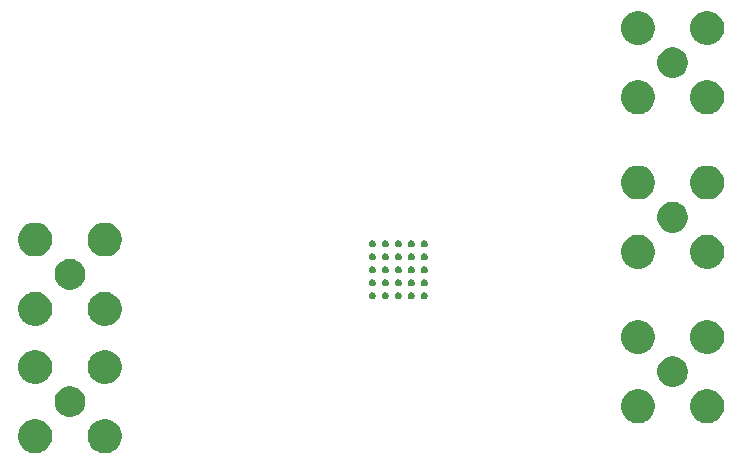
<source format=gbr>
G04 #@! TF.GenerationSoftware,KiCad,Pcbnew,(5.1.5)-3*
G04 #@! TF.CreationDate,2020-12-16T15:48:44+01:00*
G04 #@! TF.ProjectId,esc,6573632e-6b69-4636-9164-5f7063625858,rev?*
G04 #@! TF.SameCoordinates,Original*
G04 #@! TF.FileFunction,Soldermask,Bot*
G04 #@! TF.FilePolarity,Negative*
%FSLAX46Y46*%
G04 Gerber Fmt 4.6, Leading zero omitted, Abs format (unit mm)*
G04 Created by KiCad (PCBNEW (5.1.5)-3) date 2020-12-16 15:48:44*
%MOMM*%
%LPD*%
G04 APERTURE LIST*
%ADD10C,0.100000*%
G04 APERTURE END LIST*
D10*
G36*
X120208594Y-113805780D02*
G01*
X120470383Y-113914217D01*
X120470385Y-113914218D01*
X120705990Y-114071644D01*
X120906356Y-114272010D01*
X121063782Y-114507615D01*
X121063783Y-114507617D01*
X121172220Y-114769406D01*
X121227500Y-115047319D01*
X121227500Y-115330681D01*
X121172220Y-115608594D01*
X121063783Y-115870383D01*
X121063782Y-115870385D01*
X120906356Y-116105990D01*
X120705990Y-116306356D01*
X120470385Y-116463782D01*
X120470384Y-116463783D01*
X120470383Y-116463783D01*
X120208594Y-116572220D01*
X119930681Y-116627500D01*
X119647319Y-116627500D01*
X119369406Y-116572220D01*
X119107617Y-116463783D01*
X119107616Y-116463783D01*
X119107615Y-116463782D01*
X118872010Y-116306356D01*
X118671644Y-116105990D01*
X118514218Y-115870385D01*
X118514217Y-115870383D01*
X118405780Y-115608594D01*
X118350500Y-115330681D01*
X118350500Y-115047319D01*
X118405780Y-114769406D01*
X118514217Y-114507617D01*
X118514218Y-114507615D01*
X118671644Y-114272010D01*
X118872010Y-114071644D01*
X119107615Y-113914218D01*
X119107617Y-113914217D01*
X119369406Y-113805780D01*
X119647319Y-113750500D01*
X119930681Y-113750500D01*
X120208594Y-113805780D01*
G37*
G36*
X114338594Y-113805780D02*
G01*
X114600383Y-113914217D01*
X114600385Y-113914218D01*
X114835990Y-114071644D01*
X115036356Y-114272010D01*
X115193782Y-114507615D01*
X115193783Y-114507617D01*
X115302220Y-114769406D01*
X115357500Y-115047319D01*
X115357500Y-115330681D01*
X115302220Y-115608594D01*
X115193783Y-115870383D01*
X115193782Y-115870385D01*
X115036356Y-116105990D01*
X114835990Y-116306356D01*
X114600385Y-116463782D01*
X114600384Y-116463783D01*
X114600383Y-116463783D01*
X114338594Y-116572220D01*
X114060681Y-116627500D01*
X113777319Y-116627500D01*
X113499406Y-116572220D01*
X113237617Y-116463783D01*
X113237616Y-116463783D01*
X113237615Y-116463782D01*
X113002010Y-116306356D01*
X112801644Y-116105990D01*
X112644218Y-115870385D01*
X112644217Y-115870383D01*
X112535780Y-115608594D01*
X112480500Y-115330681D01*
X112480500Y-115047319D01*
X112535780Y-114769406D01*
X112644217Y-114507617D01*
X112644218Y-114507615D01*
X112801644Y-114272010D01*
X113002010Y-114071644D01*
X113237615Y-113914218D01*
X113237617Y-113914217D01*
X113499406Y-113805780D01*
X113777319Y-113750500D01*
X114060681Y-113750500D01*
X114338594Y-113805780D01*
G37*
G36*
X165364594Y-111265780D02*
G01*
X165626383Y-111374217D01*
X165626385Y-111374218D01*
X165861990Y-111531644D01*
X166062356Y-111732010D01*
X166157573Y-111874513D01*
X166219783Y-111967617D01*
X166328220Y-112229406D01*
X166383500Y-112507319D01*
X166383500Y-112790681D01*
X166328220Y-113068594D01*
X166322112Y-113083339D01*
X166219782Y-113330385D01*
X166062356Y-113565990D01*
X165861990Y-113766356D01*
X165626385Y-113923782D01*
X165626384Y-113923783D01*
X165626383Y-113923783D01*
X165364594Y-114032220D01*
X165086681Y-114087500D01*
X164803319Y-114087500D01*
X164525406Y-114032220D01*
X164263617Y-113923783D01*
X164263616Y-113923783D01*
X164263615Y-113923782D01*
X164028010Y-113766356D01*
X163827644Y-113565990D01*
X163670218Y-113330385D01*
X163567888Y-113083339D01*
X163561780Y-113068594D01*
X163506500Y-112790681D01*
X163506500Y-112507319D01*
X163561780Y-112229406D01*
X163670217Y-111967617D01*
X163732427Y-111874513D01*
X163827644Y-111732010D01*
X164028010Y-111531644D01*
X164263615Y-111374218D01*
X164263617Y-111374217D01*
X164525406Y-111265780D01*
X164803319Y-111210500D01*
X165086681Y-111210500D01*
X165364594Y-111265780D01*
G37*
G36*
X171234594Y-111265780D02*
G01*
X171496383Y-111374217D01*
X171496385Y-111374218D01*
X171731990Y-111531644D01*
X171932356Y-111732010D01*
X172027573Y-111874513D01*
X172089783Y-111967617D01*
X172198220Y-112229406D01*
X172253500Y-112507319D01*
X172253500Y-112790681D01*
X172198220Y-113068594D01*
X172192112Y-113083339D01*
X172089782Y-113330385D01*
X171932356Y-113565990D01*
X171731990Y-113766356D01*
X171496385Y-113923782D01*
X171496384Y-113923783D01*
X171496383Y-113923783D01*
X171234594Y-114032220D01*
X170956681Y-114087500D01*
X170673319Y-114087500D01*
X170395406Y-114032220D01*
X170133617Y-113923783D01*
X170133616Y-113923783D01*
X170133615Y-113923782D01*
X169898010Y-113766356D01*
X169697644Y-113565990D01*
X169540218Y-113330385D01*
X169437888Y-113083339D01*
X169431780Y-113068594D01*
X169376500Y-112790681D01*
X169376500Y-112507319D01*
X169431780Y-112229406D01*
X169540217Y-111967617D01*
X169602427Y-111874513D01*
X169697644Y-111732010D01*
X169898010Y-111531644D01*
X170133615Y-111374218D01*
X170133617Y-111374217D01*
X170395406Y-111265780D01*
X170673319Y-111210500D01*
X170956681Y-111210500D01*
X171234594Y-111265780D01*
G37*
G36*
X117233487Y-111002996D02*
G01*
X117470253Y-111101068D01*
X117470255Y-111101069D01*
X117683339Y-111243447D01*
X117864553Y-111424661D01*
X117936037Y-111531644D01*
X118006932Y-111637747D01*
X118105004Y-111874513D01*
X118155000Y-112125861D01*
X118155000Y-112382139D01*
X118105004Y-112633487D01*
X118039892Y-112790680D01*
X118006931Y-112870255D01*
X117864553Y-113083339D01*
X117683339Y-113264553D01*
X117470255Y-113406931D01*
X117470254Y-113406932D01*
X117470253Y-113406932D01*
X117233487Y-113505004D01*
X116982139Y-113555000D01*
X116725861Y-113555000D01*
X116474513Y-113505004D01*
X116237747Y-113406932D01*
X116237746Y-113406932D01*
X116237745Y-113406931D01*
X116024661Y-113264553D01*
X115843447Y-113083339D01*
X115701069Y-112870255D01*
X115668108Y-112790680D01*
X115602996Y-112633487D01*
X115553000Y-112382139D01*
X115553000Y-112125861D01*
X115602996Y-111874513D01*
X115701068Y-111637747D01*
X115771964Y-111531644D01*
X115843447Y-111424661D01*
X116024661Y-111243447D01*
X116237745Y-111101069D01*
X116237747Y-111101068D01*
X116474513Y-111002996D01*
X116725861Y-110953000D01*
X116982139Y-110953000D01*
X117233487Y-111002996D01*
G37*
G36*
X168259487Y-108462996D02*
G01*
X168496253Y-108561068D01*
X168496255Y-108561069D01*
X168610814Y-108637615D01*
X168709339Y-108703447D01*
X168890553Y-108884661D01*
X169032932Y-109097747D01*
X169131004Y-109334513D01*
X169181000Y-109585861D01*
X169181000Y-109842139D01*
X169131004Y-110093487D01*
X169071977Y-110235990D01*
X169032931Y-110330255D01*
X168890553Y-110543339D01*
X168709339Y-110724553D01*
X168496255Y-110866931D01*
X168496254Y-110866932D01*
X168496253Y-110866932D01*
X168259487Y-110965004D01*
X168008139Y-111015000D01*
X167751861Y-111015000D01*
X167500513Y-110965004D01*
X167263747Y-110866932D01*
X167263746Y-110866932D01*
X167263745Y-110866931D01*
X167050661Y-110724553D01*
X166869447Y-110543339D01*
X166727069Y-110330255D01*
X166688023Y-110235990D01*
X166628996Y-110093487D01*
X166579000Y-109842139D01*
X166579000Y-109585861D01*
X166628996Y-109334513D01*
X166727068Y-109097747D01*
X166869447Y-108884661D01*
X167050661Y-108703447D01*
X167149186Y-108637615D01*
X167263745Y-108561069D01*
X167263747Y-108561068D01*
X167500513Y-108462996D01*
X167751861Y-108413000D01*
X168008139Y-108413000D01*
X168259487Y-108462996D01*
G37*
G36*
X114338594Y-107935780D02*
G01*
X114600383Y-108044217D01*
X114600385Y-108044218D01*
X114835990Y-108201644D01*
X115036356Y-108402010D01*
X115193782Y-108637615D01*
X115193783Y-108637617D01*
X115302220Y-108899406D01*
X115357500Y-109177319D01*
X115357500Y-109460681D01*
X115302220Y-109738594D01*
X115259330Y-109842139D01*
X115193782Y-110000385D01*
X115036356Y-110235990D01*
X114835990Y-110436356D01*
X114600385Y-110593782D01*
X114600384Y-110593783D01*
X114600383Y-110593783D01*
X114338594Y-110702220D01*
X114060681Y-110757500D01*
X113777319Y-110757500D01*
X113499406Y-110702220D01*
X113237617Y-110593783D01*
X113237616Y-110593783D01*
X113237615Y-110593782D01*
X113002010Y-110436356D01*
X112801644Y-110235990D01*
X112644218Y-110000385D01*
X112578670Y-109842139D01*
X112535780Y-109738594D01*
X112480500Y-109460681D01*
X112480500Y-109177319D01*
X112535780Y-108899406D01*
X112644217Y-108637617D01*
X112644218Y-108637615D01*
X112801644Y-108402010D01*
X113002010Y-108201644D01*
X113237615Y-108044218D01*
X113237617Y-108044217D01*
X113499406Y-107935780D01*
X113777319Y-107880500D01*
X114060681Y-107880500D01*
X114338594Y-107935780D01*
G37*
G36*
X120208594Y-107935780D02*
G01*
X120470383Y-108044217D01*
X120470385Y-108044218D01*
X120705990Y-108201644D01*
X120906356Y-108402010D01*
X121063782Y-108637615D01*
X121063783Y-108637617D01*
X121172220Y-108899406D01*
X121227500Y-109177319D01*
X121227500Y-109460681D01*
X121172220Y-109738594D01*
X121129330Y-109842139D01*
X121063782Y-110000385D01*
X120906356Y-110235990D01*
X120705990Y-110436356D01*
X120470385Y-110593782D01*
X120470384Y-110593783D01*
X120470383Y-110593783D01*
X120208594Y-110702220D01*
X119930681Y-110757500D01*
X119647319Y-110757500D01*
X119369406Y-110702220D01*
X119107617Y-110593783D01*
X119107616Y-110593783D01*
X119107615Y-110593782D01*
X118872010Y-110436356D01*
X118671644Y-110235990D01*
X118514218Y-110000385D01*
X118448670Y-109842139D01*
X118405780Y-109738594D01*
X118350500Y-109460681D01*
X118350500Y-109177319D01*
X118405780Y-108899406D01*
X118514217Y-108637617D01*
X118514218Y-108637615D01*
X118671644Y-108402010D01*
X118872010Y-108201644D01*
X119107615Y-108044218D01*
X119107617Y-108044217D01*
X119369406Y-107935780D01*
X119647319Y-107880500D01*
X119930681Y-107880500D01*
X120208594Y-107935780D01*
G37*
G36*
X171234594Y-105395780D02*
G01*
X171496383Y-105504217D01*
X171496385Y-105504218D01*
X171731990Y-105661644D01*
X171932356Y-105862010D01*
X172089782Y-106097615D01*
X172089783Y-106097617D01*
X172198220Y-106359406D01*
X172253500Y-106637319D01*
X172253500Y-106920681D01*
X172198220Y-107198594D01*
X172089783Y-107460383D01*
X172089782Y-107460385D01*
X171932356Y-107695990D01*
X171731990Y-107896356D01*
X171496385Y-108053782D01*
X171496384Y-108053783D01*
X171496383Y-108053783D01*
X171234594Y-108162220D01*
X170956681Y-108217500D01*
X170673319Y-108217500D01*
X170395406Y-108162220D01*
X170133617Y-108053783D01*
X170133616Y-108053783D01*
X170133615Y-108053782D01*
X169898010Y-107896356D01*
X169697644Y-107695990D01*
X169540218Y-107460385D01*
X169540217Y-107460383D01*
X169431780Y-107198594D01*
X169376500Y-106920681D01*
X169376500Y-106637319D01*
X169431780Y-106359406D01*
X169540217Y-106097617D01*
X169540218Y-106097615D01*
X169697644Y-105862010D01*
X169898010Y-105661644D01*
X170133615Y-105504218D01*
X170133617Y-105504217D01*
X170395406Y-105395780D01*
X170673319Y-105340500D01*
X170956681Y-105340500D01*
X171234594Y-105395780D01*
G37*
G36*
X165364594Y-105395780D02*
G01*
X165626383Y-105504217D01*
X165626385Y-105504218D01*
X165861990Y-105661644D01*
X166062356Y-105862010D01*
X166219782Y-106097615D01*
X166219783Y-106097617D01*
X166328220Y-106359406D01*
X166383500Y-106637319D01*
X166383500Y-106920681D01*
X166328220Y-107198594D01*
X166219783Y-107460383D01*
X166219782Y-107460385D01*
X166062356Y-107695990D01*
X165861990Y-107896356D01*
X165626385Y-108053782D01*
X165626384Y-108053783D01*
X165626383Y-108053783D01*
X165364594Y-108162220D01*
X165086681Y-108217500D01*
X164803319Y-108217500D01*
X164525406Y-108162220D01*
X164263617Y-108053783D01*
X164263616Y-108053783D01*
X164263615Y-108053782D01*
X164028010Y-107896356D01*
X163827644Y-107695990D01*
X163670218Y-107460385D01*
X163670217Y-107460383D01*
X163561780Y-107198594D01*
X163506500Y-106920681D01*
X163506500Y-106637319D01*
X163561780Y-106359406D01*
X163670217Y-106097617D01*
X163670218Y-106097615D01*
X163827644Y-105862010D01*
X164028010Y-105661644D01*
X164263615Y-105504218D01*
X164263617Y-105504217D01*
X164525406Y-105395780D01*
X164803319Y-105340500D01*
X165086681Y-105340500D01*
X165364594Y-105395780D01*
G37*
G36*
X120208594Y-103010780D02*
G01*
X120424293Y-103100126D01*
X120470385Y-103119218D01*
X120705990Y-103276644D01*
X120906356Y-103477010D01*
X121063782Y-103712615D01*
X121063783Y-103712617D01*
X121172220Y-103974406D01*
X121227500Y-104252319D01*
X121227500Y-104535681D01*
X121172220Y-104813594D01*
X121063783Y-105075383D01*
X121063782Y-105075385D01*
X120906356Y-105310990D01*
X120705990Y-105511356D01*
X120470385Y-105668782D01*
X120470384Y-105668783D01*
X120470383Y-105668783D01*
X120208594Y-105777220D01*
X119930681Y-105832500D01*
X119647319Y-105832500D01*
X119369406Y-105777220D01*
X119107617Y-105668783D01*
X119107616Y-105668783D01*
X119107615Y-105668782D01*
X118872010Y-105511356D01*
X118671644Y-105310990D01*
X118514218Y-105075385D01*
X118514217Y-105075383D01*
X118405780Y-104813594D01*
X118350500Y-104535681D01*
X118350500Y-104252319D01*
X118405780Y-103974406D01*
X118514217Y-103712617D01*
X118514218Y-103712615D01*
X118671644Y-103477010D01*
X118872010Y-103276644D01*
X119107615Y-103119218D01*
X119153707Y-103100126D01*
X119369406Y-103010780D01*
X119647319Y-102955500D01*
X119930681Y-102955500D01*
X120208594Y-103010780D01*
G37*
G36*
X114338594Y-103010780D02*
G01*
X114554293Y-103100126D01*
X114600385Y-103119218D01*
X114835990Y-103276644D01*
X115036356Y-103477010D01*
X115193782Y-103712615D01*
X115193783Y-103712617D01*
X115302220Y-103974406D01*
X115357500Y-104252319D01*
X115357500Y-104535681D01*
X115302220Y-104813594D01*
X115193783Y-105075383D01*
X115193782Y-105075385D01*
X115036356Y-105310990D01*
X114835990Y-105511356D01*
X114600385Y-105668782D01*
X114600384Y-105668783D01*
X114600383Y-105668783D01*
X114338594Y-105777220D01*
X114060681Y-105832500D01*
X113777319Y-105832500D01*
X113499406Y-105777220D01*
X113237617Y-105668783D01*
X113237616Y-105668783D01*
X113237615Y-105668782D01*
X113002010Y-105511356D01*
X112801644Y-105310990D01*
X112644218Y-105075385D01*
X112644217Y-105075383D01*
X112535780Y-104813594D01*
X112480500Y-104535681D01*
X112480500Y-104252319D01*
X112535780Y-103974406D01*
X112644217Y-103712617D01*
X112644218Y-103712615D01*
X112801644Y-103477010D01*
X113002010Y-103276644D01*
X113237615Y-103119218D01*
X113283707Y-103100126D01*
X113499406Y-103010780D01*
X113777319Y-102955500D01*
X114060681Y-102955500D01*
X114338594Y-103010780D01*
G37*
G36*
X144740797Y-103002569D02*
G01*
X144795575Y-103025259D01*
X144844875Y-103058200D01*
X144886801Y-103100126D01*
X144919742Y-103149426D01*
X144942432Y-103204204D01*
X144953999Y-103262354D01*
X144953999Y-103321648D01*
X144942432Y-103379798D01*
X144919742Y-103434576D01*
X144886801Y-103483876D01*
X144844875Y-103525802D01*
X144795575Y-103558743D01*
X144740797Y-103581433D01*
X144682647Y-103593000D01*
X144623353Y-103593000D01*
X144565203Y-103581433D01*
X144510425Y-103558743D01*
X144461125Y-103525802D01*
X144419199Y-103483876D01*
X144386258Y-103434576D01*
X144363568Y-103379798D01*
X144352001Y-103321648D01*
X144352001Y-103262354D01*
X144363568Y-103204204D01*
X144386258Y-103149426D01*
X144419199Y-103100126D01*
X144461125Y-103058200D01*
X144510425Y-103025259D01*
X144565203Y-103002569D01*
X144623353Y-102991002D01*
X144682647Y-102991002D01*
X144740797Y-103002569D01*
G37*
G36*
X146940798Y-103002569D02*
G01*
X146995576Y-103025259D01*
X147044876Y-103058200D01*
X147086802Y-103100126D01*
X147119743Y-103149426D01*
X147142433Y-103204204D01*
X147154000Y-103262354D01*
X147154000Y-103321648D01*
X147142433Y-103379798D01*
X147119743Y-103434576D01*
X147086802Y-103483876D01*
X147044876Y-103525802D01*
X146995576Y-103558743D01*
X146940798Y-103581433D01*
X146882648Y-103593000D01*
X146823354Y-103593000D01*
X146765204Y-103581433D01*
X146710426Y-103558743D01*
X146661126Y-103525802D01*
X146619200Y-103483876D01*
X146586259Y-103434576D01*
X146563569Y-103379798D01*
X146552002Y-103321648D01*
X146552002Y-103262354D01*
X146563569Y-103204204D01*
X146586259Y-103149426D01*
X146619200Y-103100126D01*
X146661126Y-103058200D01*
X146710426Y-103025259D01*
X146765204Y-103002569D01*
X146823354Y-102991002D01*
X146882648Y-102991002D01*
X146940798Y-103002569D01*
G37*
G36*
X145840797Y-103002569D02*
G01*
X145895575Y-103025259D01*
X145944875Y-103058200D01*
X145986801Y-103100126D01*
X146019742Y-103149426D01*
X146042432Y-103204204D01*
X146053999Y-103262354D01*
X146053999Y-103321648D01*
X146042432Y-103379798D01*
X146019742Y-103434576D01*
X145986801Y-103483876D01*
X145944875Y-103525802D01*
X145895575Y-103558743D01*
X145840797Y-103581433D01*
X145782647Y-103593000D01*
X145723353Y-103593000D01*
X145665203Y-103581433D01*
X145610425Y-103558743D01*
X145561125Y-103525802D01*
X145519199Y-103483876D01*
X145486258Y-103434576D01*
X145463568Y-103379798D01*
X145452001Y-103321648D01*
X145452001Y-103262354D01*
X145463568Y-103204204D01*
X145486258Y-103149426D01*
X145519199Y-103100126D01*
X145561125Y-103058200D01*
X145610425Y-103025259D01*
X145665203Y-103002569D01*
X145723353Y-102991002D01*
X145782647Y-102991002D01*
X145840797Y-103002569D01*
G37*
G36*
X143640797Y-103002569D02*
G01*
X143695575Y-103025259D01*
X143744875Y-103058200D01*
X143786801Y-103100126D01*
X143819742Y-103149426D01*
X143842432Y-103204204D01*
X143853999Y-103262354D01*
X143853999Y-103321648D01*
X143842432Y-103379798D01*
X143819742Y-103434576D01*
X143786801Y-103483876D01*
X143744875Y-103525802D01*
X143695575Y-103558743D01*
X143640797Y-103581433D01*
X143582647Y-103593000D01*
X143523353Y-103593000D01*
X143465203Y-103581433D01*
X143410425Y-103558743D01*
X143361125Y-103525802D01*
X143319199Y-103483876D01*
X143286258Y-103434576D01*
X143263568Y-103379798D01*
X143252001Y-103321648D01*
X143252001Y-103262354D01*
X143263568Y-103204204D01*
X143286258Y-103149426D01*
X143319199Y-103100126D01*
X143361125Y-103058200D01*
X143410425Y-103025259D01*
X143465203Y-103002569D01*
X143523353Y-102991002D01*
X143582647Y-102991002D01*
X143640797Y-103002569D01*
G37*
G36*
X142540796Y-103002569D02*
G01*
X142595574Y-103025259D01*
X142644874Y-103058200D01*
X142686800Y-103100126D01*
X142719741Y-103149426D01*
X142742431Y-103204204D01*
X142753998Y-103262354D01*
X142753998Y-103321648D01*
X142742431Y-103379798D01*
X142719741Y-103434576D01*
X142686800Y-103483876D01*
X142644874Y-103525802D01*
X142595574Y-103558743D01*
X142540796Y-103581433D01*
X142482646Y-103593000D01*
X142423352Y-103593000D01*
X142365202Y-103581433D01*
X142310424Y-103558743D01*
X142261124Y-103525802D01*
X142219198Y-103483876D01*
X142186257Y-103434576D01*
X142163567Y-103379798D01*
X142152000Y-103321648D01*
X142152000Y-103262354D01*
X142163567Y-103204204D01*
X142186257Y-103149426D01*
X142219198Y-103100126D01*
X142261124Y-103058200D01*
X142310424Y-103025259D01*
X142365202Y-103002569D01*
X142423352Y-102991002D01*
X142482646Y-102991002D01*
X142540796Y-103002569D01*
G37*
G36*
X117233487Y-100207996D02*
G01*
X117470253Y-100306068D01*
X117470255Y-100306069D01*
X117683339Y-100448447D01*
X117864553Y-100629661D01*
X117995247Y-100825258D01*
X118006932Y-100842747D01*
X118105004Y-101079513D01*
X118155000Y-101330861D01*
X118155000Y-101587139D01*
X118105004Y-101838487D01*
X118038051Y-102000125D01*
X118006931Y-102075255D01*
X117864553Y-102288339D01*
X117683339Y-102469553D01*
X117470255Y-102611931D01*
X117470254Y-102611932D01*
X117470253Y-102611932D01*
X117233487Y-102710004D01*
X116982139Y-102760000D01*
X116725861Y-102760000D01*
X116474513Y-102710004D01*
X116237747Y-102611932D01*
X116237746Y-102611932D01*
X116237745Y-102611931D01*
X116024661Y-102469553D01*
X115843447Y-102288339D01*
X115701069Y-102075255D01*
X115669949Y-102000125D01*
X115602996Y-101838487D01*
X115553000Y-101587139D01*
X115553000Y-101330861D01*
X115602996Y-101079513D01*
X115701068Y-100842747D01*
X115712754Y-100825258D01*
X115843447Y-100629661D01*
X116024661Y-100448447D01*
X116237745Y-100306069D01*
X116237747Y-100306068D01*
X116474513Y-100207996D01*
X116725861Y-100158000D01*
X116982139Y-100158000D01*
X117233487Y-100207996D01*
G37*
G36*
X143640797Y-101902568D02*
G01*
X143695575Y-101925258D01*
X143744875Y-101958199D01*
X143786801Y-102000125D01*
X143819742Y-102049425D01*
X143842432Y-102104203D01*
X143853999Y-102162353D01*
X143853999Y-102221647D01*
X143842432Y-102279797D01*
X143819742Y-102334575D01*
X143786801Y-102383875D01*
X143744875Y-102425801D01*
X143695575Y-102458742D01*
X143640797Y-102481432D01*
X143582647Y-102492999D01*
X143523353Y-102492999D01*
X143465203Y-102481432D01*
X143410425Y-102458742D01*
X143361125Y-102425801D01*
X143319199Y-102383875D01*
X143286258Y-102334575D01*
X143263568Y-102279797D01*
X143252001Y-102221647D01*
X143252001Y-102162353D01*
X143263568Y-102104203D01*
X143286258Y-102049425D01*
X143319199Y-102000125D01*
X143361125Y-101958199D01*
X143410425Y-101925258D01*
X143465203Y-101902568D01*
X143523353Y-101891001D01*
X143582647Y-101891001D01*
X143640797Y-101902568D01*
G37*
G36*
X146940798Y-101902568D02*
G01*
X146995576Y-101925258D01*
X147044876Y-101958199D01*
X147086802Y-102000125D01*
X147119743Y-102049425D01*
X147142433Y-102104203D01*
X147154000Y-102162353D01*
X147154000Y-102221647D01*
X147142433Y-102279797D01*
X147119743Y-102334575D01*
X147086802Y-102383875D01*
X147044876Y-102425801D01*
X146995576Y-102458742D01*
X146940798Y-102481432D01*
X146882648Y-102492999D01*
X146823354Y-102492999D01*
X146765204Y-102481432D01*
X146710426Y-102458742D01*
X146661126Y-102425801D01*
X146619200Y-102383875D01*
X146586259Y-102334575D01*
X146563569Y-102279797D01*
X146552002Y-102221647D01*
X146552002Y-102162353D01*
X146563569Y-102104203D01*
X146586259Y-102049425D01*
X146619200Y-102000125D01*
X146661126Y-101958199D01*
X146710426Y-101925258D01*
X146765204Y-101902568D01*
X146823354Y-101891001D01*
X146882648Y-101891001D01*
X146940798Y-101902568D01*
G37*
G36*
X145840797Y-101902568D02*
G01*
X145895575Y-101925258D01*
X145944875Y-101958199D01*
X145986801Y-102000125D01*
X146019742Y-102049425D01*
X146042432Y-102104203D01*
X146053999Y-102162353D01*
X146053999Y-102221647D01*
X146042432Y-102279797D01*
X146019742Y-102334575D01*
X145986801Y-102383875D01*
X145944875Y-102425801D01*
X145895575Y-102458742D01*
X145840797Y-102481432D01*
X145782647Y-102492999D01*
X145723353Y-102492999D01*
X145665203Y-102481432D01*
X145610425Y-102458742D01*
X145561125Y-102425801D01*
X145519199Y-102383875D01*
X145486258Y-102334575D01*
X145463568Y-102279797D01*
X145452001Y-102221647D01*
X145452001Y-102162353D01*
X145463568Y-102104203D01*
X145486258Y-102049425D01*
X145519199Y-102000125D01*
X145561125Y-101958199D01*
X145610425Y-101925258D01*
X145665203Y-101902568D01*
X145723353Y-101891001D01*
X145782647Y-101891001D01*
X145840797Y-101902568D01*
G37*
G36*
X144740797Y-101902568D02*
G01*
X144795575Y-101925258D01*
X144844875Y-101958199D01*
X144886801Y-102000125D01*
X144919742Y-102049425D01*
X144942432Y-102104203D01*
X144953999Y-102162353D01*
X144953999Y-102221647D01*
X144942432Y-102279797D01*
X144919742Y-102334575D01*
X144886801Y-102383875D01*
X144844875Y-102425801D01*
X144795575Y-102458742D01*
X144740797Y-102481432D01*
X144682647Y-102492999D01*
X144623353Y-102492999D01*
X144565203Y-102481432D01*
X144510425Y-102458742D01*
X144461125Y-102425801D01*
X144419199Y-102383875D01*
X144386258Y-102334575D01*
X144363568Y-102279797D01*
X144352001Y-102221647D01*
X144352001Y-102162353D01*
X144363568Y-102104203D01*
X144386258Y-102049425D01*
X144419199Y-102000125D01*
X144461125Y-101958199D01*
X144510425Y-101925258D01*
X144565203Y-101902568D01*
X144623353Y-101891001D01*
X144682647Y-101891001D01*
X144740797Y-101902568D01*
G37*
G36*
X142540796Y-101902568D02*
G01*
X142595574Y-101925258D01*
X142644874Y-101958199D01*
X142686800Y-102000125D01*
X142719741Y-102049425D01*
X142742431Y-102104203D01*
X142753998Y-102162353D01*
X142753998Y-102221647D01*
X142742431Y-102279797D01*
X142719741Y-102334575D01*
X142686800Y-102383875D01*
X142644874Y-102425801D01*
X142595574Y-102458742D01*
X142540796Y-102481432D01*
X142482646Y-102492999D01*
X142423352Y-102492999D01*
X142365202Y-102481432D01*
X142310424Y-102458742D01*
X142261124Y-102425801D01*
X142219198Y-102383875D01*
X142186257Y-102334575D01*
X142163567Y-102279797D01*
X142152000Y-102221647D01*
X142152000Y-102162353D01*
X142163567Y-102104203D01*
X142186257Y-102049425D01*
X142219198Y-102000125D01*
X142261124Y-101958199D01*
X142310424Y-101925258D01*
X142365202Y-101902568D01*
X142423352Y-101891001D01*
X142482646Y-101891001D01*
X142540796Y-101902568D01*
G37*
G36*
X142540796Y-100802568D02*
G01*
X142595574Y-100825258D01*
X142644874Y-100858199D01*
X142686800Y-100900125D01*
X142719741Y-100949425D01*
X142742431Y-101004203D01*
X142753998Y-101062353D01*
X142753998Y-101121647D01*
X142742431Y-101179797D01*
X142719741Y-101234575D01*
X142686800Y-101283875D01*
X142644874Y-101325801D01*
X142595574Y-101358742D01*
X142540796Y-101381432D01*
X142482646Y-101392999D01*
X142423352Y-101392999D01*
X142365202Y-101381432D01*
X142310424Y-101358742D01*
X142261124Y-101325801D01*
X142219198Y-101283875D01*
X142186257Y-101234575D01*
X142163567Y-101179797D01*
X142152000Y-101121647D01*
X142152000Y-101062353D01*
X142163567Y-101004203D01*
X142186257Y-100949425D01*
X142219198Y-100900125D01*
X142261124Y-100858199D01*
X142310424Y-100825258D01*
X142365202Y-100802568D01*
X142423352Y-100791001D01*
X142482646Y-100791001D01*
X142540796Y-100802568D01*
G37*
G36*
X143640797Y-100802568D02*
G01*
X143695575Y-100825258D01*
X143744875Y-100858199D01*
X143786801Y-100900125D01*
X143819742Y-100949425D01*
X143842432Y-101004203D01*
X143853999Y-101062353D01*
X143853999Y-101121647D01*
X143842432Y-101179797D01*
X143819742Y-101234575D01*
X143786801Y-101283875D01*
X143744875Y-101325801D01*
X143695575Y-101358742D01*
X143640797Y-101381432D01*
X143582647Y-101392999D01*
X143523353Y-101392999D01*
X143465203Y-101381432D01*
X143410425Y-101358742D01*
X143361125Y-101325801D01*
X143319199Y-101283875D01*
X143286258Y-101234575D01*
X143263568Y-101179797D01*
X143252001Y-101121647D01*
X143252001Y-101062353D01*
X143263568Y-101004203D01*
X143286258Y-100949425D01*
X143319199Y-100900125D01*
X143361125Y-100858199D01*
X143410425Y-100825258D01*
X143465203Y-100802568D01*
X143523353Y-100791001D01*
X143582647Y-100791001D01*
X143640797Y-100802568D01*
G37*
G36*
X144740797Y-100802568D02*
G01*
X144795575Y-100825258D01*
X144844875Y-100858199D01*
X144886801Y-100900125D01*
X144919742Y-100949425D01*
X144942432Y-101004203D01*
X144953999Y-101062353D01*
X144953999Y-101121647D01*
X144942432Y-101179797D01*
X144919742Y-101234575D01*
X144886801Y-101283875D01*
X144844875Y-101325801D01*
X144795575Y-101358742D01*
X144740797Y-101381432D01*
X144682647Y-101392999D01*
X144623353Y-101392999D01*
X144565203Y-101381432D01*
X144510425Y-101358742D01*
X144461125Y-101325801D01*
X144419199Y-101283875D01*
X144386258Y-101234575D01*
X144363568Y-101179797D01*
X144352001Y-101121647D01*
X144352001Y-101062353D01*
X144363568Y-101004203D01*
X144386258Y-100949425D01*
X144419199Y-100900125D01*
X144461125Y-100858199D01*
X144510425Y-100825258D01*
X144565203Y-100802568D01*
X144623353Y-100791001D01*
X144682647Y-100791001D01*
X144740797Y-100802568D01*
G37*
G36*
X146940798Y-100802568D02*
G01*
X146995576Y-100825258D01*
X147044876Y-100858199D01*
X147086802Y-100900125D01*
X147119743Y-100949425D01*
X147142433Y-101004203D01*
X147154000Y-101062353D01*
X147154000Y-101121647D01*
X147142433Y-101179797D01*
X147119743Y-101234575D01*
X147086802Y-101283875D01*
X147044876Y-101325801D01*
X146995576Y-101358742D01*
X146940798Y-101381432D01*
X146882648Y-101392999D01*
X146823354Y-101392999D01*
X146765204Y-101381432D01*
X146710426Y-101358742D01*
X146661126Y-101325801D01*
X146619200Y-101283875D01*
X146586259Y-101234575D01*
X146563569Y-101179797D01*
X146552002Y-101121647D01*
X146552002Y-101062353D01*
X146563569Y-101004203D01*
X146586259Y-100949425D01*
X146619200Y-100900125D01*
X146661126Y-100858199D01*
X146710426Y-100825258D01*
X146765204Y-100802568D01*
X146823354Y-100791001D01*
X146882648Y-100791001D01*
X146940798Y-100802568D01*
G37*
G36*
X145840797Y-100802568D02*
G01*
X145895575Y-100825258D01*
X145944875Y-100858199D01*
X145986801Y-100900125D01*
X146019742Y-100949425D01*
X146042432Y-101004203D01*
X146053999Y-101062353D01*
X146053999Y-101121647D01*
X146042432Y-101179797D01*
X146019742Y-101234575D01*
X145986801Y-101283875D01*
X145944875Y-101325801D01*
X145895575Y-101358742D01*
X145840797Y-101381432D01*
X145782647Y-101392999D01*
X145723353Y-101392999D01*
X145665203Y-101381432D01*
X145610425Y-101358742D01*
X145561125Y-101325801D01*
X145519199Y-101283875D01*
X145486258Y-101234575D01*
X145463568Y-101179797D01*
X145452001Y-101121647D01*
X145452001Y-101062353D01*
X145463568Y-101004203D01*
X145486258Y-100949425D01*
X145519199Y-100900125D01*
X145561125Y-100858199D01*
X145610425Y-100825258D01*
X145665203Y-100802568D01*
X145723353Y-100791001D01*
X145782647Y-100791001D01*
X145840797Y-100802568D01*
G37*
G36*
X171234594Y-98184780D02*
G01*
X171496383Y-98293217D01*
X171496385Y-98293218D01*
X171731990Y-98450644D01*
X171932356Y-98651010D01*
X172089782Y-98886615D01*
X172089783Y-98886617D01*
X172198220Y-99148406D01*
X172253500Y-99426319D01*
X172253500Y-99709681D01*
X172198220Y-99987594D01*
X172099551Y-100225801D01*
X172089782Y-100249385D01*
X171932356Y-100484990D01*
X171731990Y-100685356D01*
X171496385Y-100842782D01*
X171496384Y-100842783D01*
X171496383Y-100842783D01*
X171234594Y-100951220D01*
X170956681Y-101006500D01*
X170673319Y-101006500D01*
X170395406Y-100951220D01*
X170133617Y-100842783D01*
X170133616Y-100842783D01*
X170133615Y-100842782D01*
X169898010Y-100685356D01*
X169697644Y-100484990D01*
X169540218Y-100249385D01*
X169530449Y-100225801D01*
X169431780Y-99987594D01*
X169376500Y-99709681D01*
X169376500Y-99426319D01*
X169431780Y-99148406D01*
X169540217Y-98886617D01*
X169540218Y-98886615D01*
X169697644Y-98651010D01*
X169898010Y-98450644D01*
X170133615Y-98293218D01*
X170133617Y-98293217D01*
X170395406Y-98184780D01*
X170673319Y-98129500D01*
X170956681Y-98129500D01*
X171234594Y-98184780D01*
G37*
G36*
X165364594Y-98184780D02*
G01*
X165626383Y-98293217D01*
X165626385Y-98293218D01*
X165861990Y-98450644D01*
X166062356Y-98651010D01*
X166219782Y-98886615D01*
X166219783Y-98886617D01*
X166328220Y-99148406D01*
X166383500Y-99426319D01*
X166383500Y-99709681D01*
X166328220Y-99987594D01*
X166229551Y-100225801D01*
X166219782Y-100249385D01*
X166062356Y-100484990D01*
X165861990Y-100685356D01*
X165626385Y-100842782D01*
X165626384Y-100842783D01*
X165626383Y-100842783D01*
X165364594Y-100951220D01*
X165086681Y-101006500D01*
X164803319Y-101006500D01*
X164525406Y-100951220D01*
X164263617Y-100842783D01*
X164263616Y-100842783D01*
X164263615Y-100842782D01*
X164028010Y-100685356D01*
X163827644Y-100484990D01*
X163670218Y-100249385D01*
X163660449Y-100225801D01*
X163561780Y-99987594D01*
X163506500Y-99709681D01*
X163506500Y-99426319D01*
X163561780Y-99148406D01*
X163670217Y-98886617D01*
X163670218Y-98886615D01*
X163827644Y-98651010D01*
X164028010Y-98450644D01*
X164263615Y-98293218D01*
X164263617Y-98293217D01*
X164525406Y-98184780D01*
X164803319Y-98129500D01*
X165086681Y-98129500D01*
X165364594Y-98184780D01*
G37*
G36*
X146940798Y-99702568D02*
G01*
X146995576Y-99725258D01*
X147044876Y-99758199D01*
X147086802Y-99800125D01*
X147119743Y-99849425D01*
X147142433Y-99904203D01*
X147154000Y-99962353D01*
X147154000Y-100021647D01*
X147142433Y-100079797D01*
X147119743Y-100134575D01*
X147086802Y-100183875D01*
X147044876Y-100225801D01*
X146995576Y-100258742D01*
X146940798Y-100281432D01*
X146882648Y-100292999D01*
X146823354Y-100292999D01*
X146765204Y-100281432D01*
X146710426Y-100258742D01*
X146661126Y-100225801D01*
X146619200Y-100183875D01*
X146586259Y-100134575D01*
X146563569Y-100079797D01*
X146552002Y-100021647D01*
X146552002Y-99962353D01*
X146563569Y-99904203D01*
X146586259Y-99849425D01*
X146619200Y-99800125D01*
X146661126Y-99758199D01*
X146710426Y-99725258D01*
X146765204Y-99702568D01*
X146823354Y-99691001D01*
X146882648Y-99691001D01*
X146940798Y-99702568D01*
G37*
G36*
X145840797Y-99702568D02*
G01*
X145895575Y-99725258D01*
X145944875Y-99758199D01*
X145986801Y-99800125D01*
X146019742Y-99849425D01*
X146042432Y-99904203D01*
X146053999Y-99962353D01*
X146053999Y-100021647D01*
X146042432Y-100079797D01*
X146019742Y-100134575D01*
X145986801Y-100183875D01*
X145944875Y-100225801D01*
X145895575Y-100258742D01*
X145840797Y-100281432D01*
X145782647Y-100292999D01*
X145723353Y-100292999D01*
X145665203Y-100281432D01*
X145610425Y-100258742D01*
X145561125Y-100225801D01*
X145519199Y-100183875D01*
X145486258Y-100134575D01*
X145463568Y-100079797D01*
X145452001Y-100021647D01*
X145452001Y-99962353D01*
X145463568Y-99904203D01*
X145486258Y-99849425D01*
X145519199Y-99800125D01*
X145561125Y-99758199D01*
X145610425Y-99725258D01*
X145665203Y-99702568D01*
X145723353Y-99691001D01*
X145782647Y-99691001D01*
X145840797Y-99702568D01*
G37*
G36*
X144740797Y-99702568D02*
G01*
X144795575Y-99725258D01*
X144844875Y-99758199D01*
X144886801Y-99800125D01*
X144919742Y-99849425D01*
X144942432Y-99904203D01*
X144953999Y-99962353D01*
X144953999Y-100021647D01*
X144942432Y-100079797D01*
X144919742Y-100134575D01*
X144886801Y-100183875D01*
X144844875Y-100225801D01*
X144795575Y-100258742D01*
X144740797Y-100281432D01*
X144682647Y-100292999D01*
X144623353Y-100292999D01*
X144565203Y-100281432D01*
X144510425Y-100258742D01*
X144461125Y-100225801D01*
X144419199Y-100183875D01*
X144386258Y-100134575D01*
X144363568Y-100079797D01*
X144352001Y-100021647D01*
X144352001Y-99962353D01*
X144363568Y-99904203D01*
X144386258Y-99849425D01*
X144419199Y-99800125D01*
X144461125Y-99758199D01*
X144510425Y-99725258D01*
X144565203Y-99702568D01*
X144623353Y-99691001D01*
X144682647Y-99691001D01*
X144740797Y-99702568D01*
G37*
G36*
X143640797Y-99702568D02*
G01*
X143695575Y-99725258D01*
X143744875Y-99758199D01*
X143786801Y-99800125D01*
X143819742Y-99849425D01*
X143842432Y-99904203D01*
X143853999Y-99962353D01*
X143853999Y-100021647D01*
X143842432Y-100079797D01*
X143819742Y-100134575D01*
X143786801Y-100183875D01*
X143744875Y-100225801D01*
X143695575Y-100258742D01*
X143640797Y-100281432D01*
X143582647Y-100292999D01*
X143523353Y-100292999D01*
X143465203Y-100281432D01*
X143410425Y-100258742D01*
X143361125Y-100225801D01*
X143319199Y-100183875D01*
X143286258Y-100134575D01*
X143263568Y-100079797D01*
X143252001Y-100021647D01*
X143252001Y-99962353D01*
X143263568Y-99904203D01*
X143286258Y-99849425D01*
X143319199Y-99800125D01*
X143361125Y-99758199D01*
X143410425Y-99725258D01*
X143465203Y-99702568D01*
X143523353Y-99691001D01*
X143582647Y-99691001D01*
X143640797Y-99702568D01*
G37*
G36*
X142540796Y-99702568D02*
G01*
X142595574Y-99725258D01*
X142644874Y-99758199D01*
X142686800Y-99800125D01*
X142719741Y-99849425D01*
X142742431Y-99904203D01*
X142753998Y-99962353D01*
X142753998Y-100021647D01*
X142742431Y-100079797D01*
X142719741Y-100134575D01*
X142686800Y-100183875D01*
X142644874Y-100225801D01*
X142595574Y-100258742D01*
X142540796Y-100281432D01*
X142482646Y-100292999D01*
X142423352Y-100292999D01*
X142365202Y-100281432D01*
X142310424Y-100258742D01*
X142261124Y-100225801D01*
X142219198Y-100183875D01*
X142186257Y-100134575D01*
X142163567Y-100079797D01*
X142152000Y-100021647D01*
X142152000Y-99962353D01*
X142163567Y-99904203D01*
X142186257Y-99849425D01*
X142219198Y-99800125D01*
X142261124Y-99758199D01*
X142310424Y-99725258D01*
X142365202Y-99702568D01*
X142423352Y-99691001D01*
X142482646Y-99691001D01*
X142540796Y-99702568D01*
G37*
G36*
X120208594Y-97140780D02*
G01*
X120470383Y-97249217D01*
X120470385Y-97249218D01*
X120705990Y-97406644D01*
X120906356Y-97607010D01*
X121063782Y-97842615D01*
X121063783Y-97842617D01*
X121172220Y-98104406D01*
X121227500Y-98382319D01*
X121227500Y-98665681D01*
X121172220Y-98943594D01*
X121073704Y-99181431D01*
X121063782Y-99205385D01*
X120906356Y-99440990D01*
X120705990Y-99641356D01*
X120470385Y-99798782D01*
X120470384Y-99798783D01*
X120470383Y-99798783D01*
X120208594Y-99907220D01*
X119930681Y-99962500D01*
X119647319Y-99962500D01*
X119369406Y-99907220D01*
X119107617Y-99798783D01*
X119107616Y-99798783D01*
X119107615Y-99798782D01*
X118872010Y-99641356D01*
X118671644Y-99440990D01*
X118514218Y-99205385D01*
X118504296Y-99181431D01*
X118405780Y-98943594D01*
X118350500Y-98665681D01*
X118350500Y-98382319D01*
X118405780Y-98104406D01*
X118514217Y-97842617D01*
X118514218Y-97842615D01*
X118671644Y-97607010D01*
X118872010Y-97406644D01*
X119107615Y-97249218D01*
X119107617Y-97249217D01*
X119369406Y-97140780D01*
X119647319Y-97085500D01*
X119930681Y-97085500D01*
X120208594Y-97140780D01*
G37*
G36*
X114338594Y-97140780D02*
G01*
X114600383Y-97249217D01*
X114600385Y-97249218D01*
X114835990Y-97406644D01*
X115036356Y-97607010D01*
X115193782Y-97842615D01*
X115193783Y-97842617D01*
X115302220Y-98104406D01*
X115357500Y-98382319D01*
X115357500Y-98665681D01*
X115302220Y-98943594D01*
X115203704Y-99181431D01*
X115193782Y-99205385D01*
X115036356Y-99440990D01*
X114835990Y-99641356D01*
X114600385Y-99798782D01*
X114600384Y-99798783D01*
X114600383Y-99798783D01*
X114338594Y-99907220D01*
X114060681Y-99962500D01*
X113777319Y-99962500D01*
X113499406Y-99907220D01*
X113237617Y-99798783D01*
X113237616Y-99798783D01*
X113237615Y-99798782D01*
X113002010Y-99641356D01*
X112801644Y-99440990D01*
X112644218Y-99205385D01*
X112634296Y-99181431D01*
X112535780Y-98943594D01*
X112480500Y-98665681D01*
X112480500Y-98382319D01*
X112535780Y-98104406D01*
X112644217Y-97842617D01*
X112644218Y-97842615D01*
X112801644Y-97607010D01*
X113002010Y-97406644D01*
X113237615Y-97249218D01*
X113237617Y-97249217D01*
X113499406Y-97140780D01*
X113777319Y-97085500D01*
X114060681Y-97085500D01*
X114338594Y-97140780D01*
G37*
G36*
X143640797Y-98602567D02*
G01*
X143695575Y-98625257D01*
X143744875Y-98658198D01*
X143786801Y-98700124D01*
X143819742Y-98749424D01*
X143842432Y-98804202D01*
X143853999Y-98862352D01*
X143853999Y-98921646D01*
X143842432Y-98979796D01*
X143819742Y-99034574D01*
X143786801Y-99083874D01*
X143744875Y-99125800D01*
X143695575Y-99158741D01*
X143640797Y-99181431D01*
X143582647Y-99192998D01*
X143523353Y-99192998D01*
X143465203Y-99181431D01*
X143410425Y-99158741D01*
X143361125Y-99125800D01*
X143319199Y-99083874D01*
X143286258Y-99034574D01*
X143263568Y-98979796D01*
X143252001Y-98921646D01*
X143252001Y-98862352D01*
X143263568Y-98804202D01*
X143286258Y-98749424D01*
X143319199Y-98700124D01*
X143361125Y-98658198D01*
X143410425Y-98625257D01*
X143465203Y-98602567D01*
X143523353Y-98591000D01*
X143582647Y-98591000D01*
X143640797Y-98602567D01*
G37*
G36*
X146940798Y-98602567D02*
G01*
X146995576Y-98625257D01*
X147044876Y-98658198D01*
X147086802Y-98700124D01*
X147119743Y-98749424D01*
X147142433Y-98804202D01*
X147154000Y-98862352D01*
X147154000Y-98921646D01*
X147142433Y-98979796D01*
X147119743Y-99034574D01*
X147086802Y-99083874D01*
X147044876Y-99125800D01*
X146995576Y-99158741D01*
X146940798Y-99181431D01*
X146882648Y-99192998D01*
X146823354Y-99192998D01*
X146765204Y-99181431D01*
X146710426Y-99158741D01*
X146661126Y-99125800D01*
X146619200Y-99083874D01*
X146586259Y-99034574D01*
X146563569Y-98979796D01*
X146552002Y-98921646D01*
X146552002Y-98862352D01*
X146563569Y-98804202D01*
X146586259Y-98749424D01*
X146619200Y-98700124D01*
X146661126Y-98658198D01*
X146710426Y-98625257D01*
X146765204Y-98602567D01*
X146823354Y-98591000D01*
X146882648Y-98591000D01*
X146940798Y-98602567D01*
G37*
G36*
X145840797Y-98602567D02*
G01*
X145895575Y-98625257D01*
X145944875Y-98658198D01*
X145986801Y-98700124D01*
X146019742Y-98749424D01*
X146042432Y-98804202D01*
X146053999Y-98862352D01*
X146053999Y-98921646D01*
X146042432Y-98979796D01*
X146019742Y-99034574D01*
X145986801Y-99083874D01*
X145944875Y-99125800D01*
X145895575Y-99158741D01*
X145840797Y-99181431D01*
X145782647Y-99192998D01*
X145723353Y-99192998D01*
X145665203Y-99181431D01*
X145610425Y-99158741D01*
X145561125Y-99125800D01*
X145519199Y-99083874D01*
X145486258Y-99034574D01*
X145463568Y-98979796D01*
X145452001Y-98921646D01*
X145452001Y-98862352D01*
X145463568Y-98804202D01*
X145486258Y-98749424D01*
X145519199Y-98700124D01*
X145561125Y-98658198D01*
X145610425Y-98625257D01*
X145665203Y-98602567D01*
X145723353Y-98591000D01*
X145782647Y-98591000D01*
X145840797Y-98602567D01*
G37*
G36*
X142540796Y-98602567D02*
G01*
X142595574Y-98625257D01*
X142644874Y-98658198D01*
X142686800Y-98700124D01*
X142719741Y-98749424D01*
X142742431Y-98804202D01*
X142753998Y-98862352D01*
X142753998Y-98921646D01*
X142742431Y-98979796D01*
X142719741Y-99034574D01*
X142686800Y-99083874D01*
X142644874Y-99125800D01*
X142595574Y-99158741D01*
X142540796Y-99181431D01*
X142482646Y-99192998D01*
X142423352Y-99192998D01*
X142365202Y-99181431D01*
X142310424Y-99158741D01*
X142261124Y-99125800D01*
X142219198Y-99083874D01*
X142186257Y-99034574D01*
X142163567Y-98979796D01*
X142152000Y-98921646D01*
X142152000Y-98862352D01*
X142163567Y-98804202D01*
X142186257Y-98749424D01*
X142219198Y-98700124D01*
X142261124Y-98658198D01*
X142310424Y-98625257D01*
X142365202Y-98602567D01*
X142423352Y-98591000D01*
X142482646Y-98591000D01*
X142540796Y-98602567D01*
G37*
G36*
X144740797Y-98602567D02*
G01*
X144795575Y-98625257D01*
X144844875Y-98658198D01*
X144886801Y-98700124D01*
X144919742Y-98749424D01*
X144942432Y-98804202D01*
X144953999Y-98862352D01*
X144953999Y-98921646D01*
X144942432Y-98979796D01*
X144919742Y-99034574D01*
X144886801Y-99083874D01*
X144844875Y-99125800D01*
X144795575Y-99158741D01*
X144740797Y-99181431D01*
X144682647Y-99192998D01*
X144623353Y-99192998D01*
X144565203Y-99181431D01*
X144510425Y-99158741D01*
X144461125Y-99125800D01*
X144419199Y-99083874D01*
X144386258Y-99034574D01*
X144363568Y-98979796D01*
X144352001Y-98921646D01*
X144352001Y-98862352D01*
X144363568Y-98804202D01*
X144386258Y-98749424D01*
X144419199Y-98700124D01*
X144461125Y-98658198D01*
X144510425Y-98625257D01*
X144565203Y-98602567D01*
X144623353Y-98591000D01*
X144682647Y-98591000D01*
X144740797Y-98602567D01*
G37*
G36*
X168259487Y-95381996D02*
G01*
X168496253Y-95480068D01*
X168496255Y-95480069D01*
X168709339Y-95622447D01*
X168890553Y-95803661D01*
X169032932Y-96016747D01*
X169131004Y-96253513D01*
X169181000Y-96504861D01*
X169181000Y-96761139D01*
X169131004Y-97012487D01*
X169032947Y-97249217D01*
X169032931Y-97249255D01*
X168890553Y-97462339D01*
X168709339Y-97643553D01*
X168496255Y-97785931D01*
X168496254Y-97785932D01*
X168496253Y-97785932D01*
X168259487Y-97884004D01*
X168008139Y-97934000D01*
X167751861Y-97934000D01*
X167500513Y-97884004D01*
X167263747Y-97785932D01*
X167263746Y-97785932D01*
X167263745Y-97785931D01*
X167050661Y-97643553D01*
X166869447Y-97462339D01*
X166727069Y-97249255D01*
X166727053Y-97249217D01*
X166628996Y-97012487D01*
X166579000Y-96761139D01*
X166579000Y-96504861D01*
X166628996Y-96253513D01*
X166727068Y-96016747D01*
X166869447Y-95803661D01*
X167050661Y-95622447D01*
X167263745Y-95480069D01*
X167263747Y-95480068D01*
X167500513Y-95381996D01*
X167751861Y-95332000D01*
X168008139Y-95332000D01*
X168259487Y-95381996D01*
G37*
G36*
X171234594Y-92314780D02*
G01*
X171496383Y-92423217D01*
X171496385Y-92423218D01*
X171731990Y-92580644D01*
X171932356Y-92781010D01*
X172089782Y-93016615D01*
X172089783Y-93016617D01*
X172198220Y-93278406D01*
X172253500Y-93556319D01*
X172253500Y-93839681D01*
X172198220Y-94117594D01*
X172089783Y-94379383D01*
X172089782Y-94379385D01*
X171932356Y-94614990D01*
X171731990Y-94815356D01*
X171496385Y-94972782D01*
X171496384Y-94972783D01*
X171496383Y-94972783D01*
X171234594Y-95081220D01*
X170956681Y-95136500D01*
X170673319Y-95136500D01*
X170395406Y-95081220D01*
X170133617Y-94972783D01*
X170133616Y-94972783D01*
X170133615Y-94972782D01*
X169898010Y-94815356D01*
X169697644Y-94614990D01*
X169540218Y-94379385D01*
X169540217Y-94379383D01*
X169431780Y-94117594D01*
X169376500Y-93839681D01*
X169376500Y-93556319D01*
X169431780Y-93278406D01*
X169540217Y-93016617D01*
X169540218Y-93016615D01*
X169697644Y-92781010D01*
X169898010Y-92580644D01*
X170133615Y-92423218D01*
X170133617Y-92423217D01*
X170395406Y-92314780D01*
X170673319Y-92259500D01*
X170956681Y-92259500D01*
X171234594Y-92314780D01*
G37*
G36*
X165364594Y-92314780D02*
G01*
X165626383Y-92423217D01*
X165626385Y-92423218D01*
X165861990Y-92580644D01*
X166062356Y-92781010D01*
X166219782Y-93016615D01*
X166219783Y-93016617D01*
X166328220Y-93278406D01*
X166383500Y-93556319D01*
X166383500Y-93839681D01*
X166328220Y-94117594D01*
X166219783Y-94379383D01*
X166219782Y-94379385D01*
X166062356Y-94614990D01*
X165861990Y-94815356D01*
X165626385Y-94972782D01*
X165626384Y-94972783D01*
X165626383Y-94972783D01*
X165364594Y-95081220D01*
X165086681Y-95136500D01*
X164803319Y-95136500D01*
X164525406Y-95081220D01*
X164263617Y-94972783D01*
X164263616Y-94972783D01*
X164263615Y-94972782D01*
X164028010Y-94815356D01*
X163827644Y-94614990D01*
X163670218Y-94379385D01*
X163670217Y-94379383D01*
X163561780Y-94117594D01*
X163506500Y-93839681D01*
X163506500Y-93556319D01*
X163561780Y-93278406D01*
X163670217Y-93016617D01*
X163670218Y-93016615D01*
X163827644Y-92781010D01*
X164028010Y-92580644D01*
X164263615Y-92423218D01*
X164263617Y-92423217D01*
X164525406Y-92314780D01*
X164803319Y-92259500D01*
X165086681Y-92259500D01*
X165364594Y-92314780D01*
G37*
G36*
X165364594Y-85103780D02*
G01*
X165626383Y-85212217D01*
X165626385Y-85212218D01*
X165861990Y-85369644D01*
X166062356Y-85570010D01*
X166219782Y-85805615D01*
X166219783Y-85805617D01*
X166328220Y-86067406D01*
X166383500Y-86345319D01*
X166383500Y-86628681D01*
X166328220Y-86906594D01*
X166219783Y-87168383D01*
X166219782Y-87168385D01*
X166062356Y-87403990D01*
X165861990Y-87604356D01*
X165626385Y-87761782D01*
X165626384Y-87761783D01*
X165626383Y-87761783D01*
X165364594Y-87870220D01*
X165086681Y-87925500D01*
X164803319Y-87925500D01*
X164525406Y-87870220D01*
X164263617Y-87761783D01*
X164263616Y-87761783D01*
X164263615Y-87761782D01*
X164028010Y-87604356D01*
X163827644Y-87403990D01*
X163670218Y-87168385D01*
X163670217Y-87168383D01*
X163561780Y-86906594D01*
X163506500Y-86628681D01*
X163506500Y-86345319D01*
X163561780Y-86067406D01*
X163670217Y-85805617D01*
X163670218Y-85805615D01*
X163827644Y-85570010D01*
X164028010Y-85369644D01*
X164263615Y-85212218D01*
X164263617Y-85212217D01*
X164525406Y-85103780D01*
X164803319Y-85048500D01*
X165086681Y-85048500D01*
X165364594Y-85103780D01*
G37*
G36*
X171234594Y-85103780D02*
G01*
X171496383Y-85212217D01*
X171496385Y-85212218D01*
X171731990Y-85369644D01*
X171932356Y-85570010D01*
X172089782Y-85805615D01*
X172089783Y-85805617D01*
X172198220Y-86067406D01*
X172253500Y-86345319D01*
X172253500Y-86628681D01*
X172198220Y-86906594D01*
X172089783Y-87168383D01*
X172089782Y-87168385D01*
X171932356Y-87403990D01*
X171731990Y-87604356D01*
X171496385Y-87761782D01*
X171496384Y-87761783D01*
X171496383Y-87761783D01*
X171234594Y-87870220D01*
X170956681Y-87925500D01*
X170673319Y-87925500D01*
X170395406Y-87870220D01*
X170133617Y-87761783D01*
X170133616Y-87761783D01*
X170133615Y-87761782D01*
X169898010Y-87604356D01*
X169697644Y-87403990D01*
X169540218Y-87168385D01*
X169540217Y-87168383D01*
X169431780Y-86906594D01*
X169376500Y-86628681D01*
X169376500Y-86345319D01*
X169431780Y-86067406D01*
X169540217Y-85805617D01*
X169540218Y-85805615D01*
X169697644Y-85570010D01*
X169898010Y-85369644D01*
X170133615Y-85212218D01*
X170133617Y-85212217D01*
X170395406Y-85103780D01*
X170673319Y-85048500D01*
X170956681Y-85048500D01*
X171234594Y-85103780D01*
G37*
G36*
X168259487Y-82300996D02*
G01*
X168496253Y-82399068D01*
X168496255Y-82399069D01*
X168709339Y-82541447D01*
X168890553Y-82722661D01*
X169032932Y-82935747D01*
X169131004Y-83172513D01*
X169181000Y-83423861D01*
X169181000Y-83680139D01*
X169131004Y-83931487D01*
X169032932Y-84168253D01*
X169032931Y-84168255D01*
X168890553Y-84381339D01*
X168709339Y-84562553D01*
X168496255Y-84704931D01*
X168496254Y-84704932D01*
X168496253Y-84704932D01*
X168259487Y-84803004D01*
X168008139Y-84853000D01*
X167751861Y-84853000D01*
X167500513Y-84803004D01*
X167263747Y-84704932D01*
X167263746Y-84704932D01*
X167263745Y-84704931D01*
X167050661Y-84562553D01*
X166869447Y-84381339D01*
X166727069Y-84168255D01*
X166727068Y-84168253D01*
X166628996Y-83931487D01*
X166579000Y-83680139D01*
X166579000Y-83423861D01*
X166628996Y-83172513D01*
X166727068Y-82935747D01*
X166869447Y-82722661D01*
X167050661Y-82541447D01*
X167263745Y-82399069D01*
X167263747Y-82399068D01*
X167500513Y-82300996D01*
X167751861Y-82251000D01*
X168008139Y-82251000D01*
X168259487Y-82300996D01*
G37*
G36*
X171234594Y-79233780D02*
G01*
X171496383Y-79342217D01*
X171496385Y-79342218D01*
X171731990Y-79499644D01*
X171932356Y-79700010D01*
X172089782Y-79935615D01*
X172089783Y-79935617D01*
X172198220Y-80197406D01*
X172253500Y-80475319D01*
X172253500Y-80758681D01*
X172198220Y-81036594D01*
X172089783Y-81298383D01*
X172089782Y-81298385D01*
X171932356Y-81533990D01*
X171731990Y-81734356D01*
X171496385Y-81891782D01*
X171496384Y-81891783D01*
X171496383Y-81891783D01*
X171234594Y-82000220D01*
X170956681Y-82055500D01*
X170673319Y-82055500D01*
X170395406Y-82000220D01*
X170133617Y-81891783D01*
X170133616Y-81891783D01*
X170133615Y-81891782D01*
X169898010Y-81734356D01*
X169697644Y-81533990D01*
X169540218Y-81298385D01*
X169540217Y-81298383D01*
X169431780Y-81036594D01*
X169376500Y-80758681D01*
X169376500Y-80475319D01*
X169431780Y-80197406D01*
X169540217Y-79935617D01*
X169540218Y-79935615D01*
X169697644Y-79700010D01*
X169898010Y-79499644D01*
X170133615Y-79342218D01*
X170133617Y-79342217D01*
X170395406Y-79233780D01*
X170673319Y-79178500D01*
X170956681Y-79178500D01*
X171234594Y-79233780D01*
G37*
G36*
X165364594Y-79233780D02*
G01*
X165626383Y-79342217D01*
X165626385Y-79342218D01*
X165861990Y-79499644D01*
X166062356Y-79700010D01*
X166219782Y-79935615D01*
X166219783Y-79935617D01*
X166328220Y-80197406D01*
X166383500Y-80475319D01*
X166383500Y-80758681D01*
X166328220Y-81036594D01*
X166219783Y-81298383D01*
X166219782Y-81298385D01*
X166062356Y-81533990D01*
X165861990Y-81734356D01*
X165626385Y-81891782D01*
X165626384Y-81891783D01*
X165626383Y-81891783D01*
X165364594Y-82000220D01*
X165086681Y-82055500D01*
X164803319Y-82055500D01*
X164525406Y-82000220D01*
X164263617Y-81891783D01*
X164263616Y-81891783D01*
X164263615Y-81891782D01*
X164028010Y-81734356D01*
X163827644Y-81533990D01*
X163670218Y-81298385D01*
X163670217Y-81298383D01*
X163561780Y-81036594D01*
X163506500Y-80758681D01*
X163506500Y-80475319D01*
X163561780Y-80197406D01*
X163670217Y-79935617D01*
X163670218Y-79935615D01*
X163827644Y-79700010D01*
X164028010Y-79499644D01*
X164263615Y-79342218D01*
X164263617Y-79342217D01*
X164525406Y-79233780D01*
X164803319Y-79178500D01*
X165086681Y-79178500D01*
X165364594Y-79233780D01*
G37*
M02*

</source>
